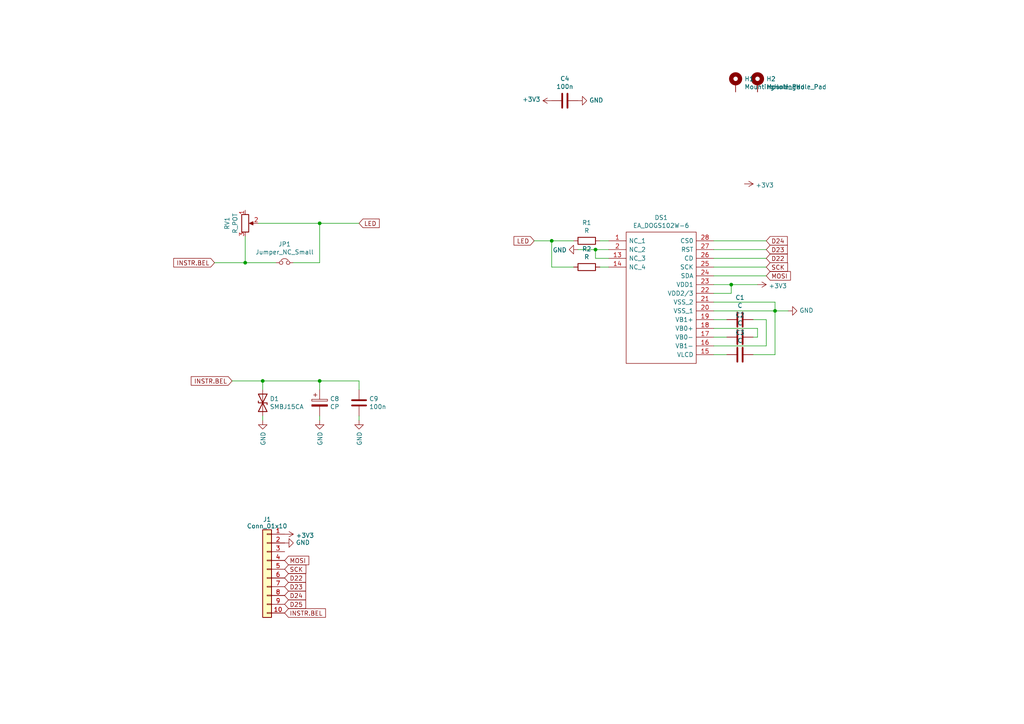
<source format=kicad_sch>
(kicad_sch (version 20230121) (generator eeschema)
  (paper "A4")
  (title_block (title "DOGS102") (date "2022-04-11") (rev "0.9.1") (company "fiz-o-matic.net"))
  (lib_symbols
    (symbol "Connector_Generic:Conn_01x10" (pin_names (offset 1.016) hide)
      (property "Reference" "J" (at 0 12.7 0))
      (property "Value" "Conn_01x10" (at 0 -15.24 0))
      (symbol "Conn_01x10_1_1"
        (rectangle (start -1.27 -12.573) (end 0 -12.827) (stroke (width 0.1524)))
        (rectangle (start -1.27 -10.033) (end 0 -10.287) (stroke (width 0.1524)))
        (rectangle (start -1.27 -7.493) (end 0 -7.747) (stroke (width 0.1524)))
        (rectangle (start -1.27 -4.953) (end 0 -5.207) (stroke (width 0.1524)))
        (rectangle (start -1.27 -2.413) (end 0 -2.667) (stroke (width 0.1524)))
        (rectangle (start -1.27 0.127) (end 0 -0.127) (stroke (width 0.1524)))
        (rectangle (start -1.27 2.667) (end 0 2.413) (stroke (width 0.1524)))
        (rectangle (start -1.27 5.207) (end 0 4.953) (stroke (width 0.1524)))
        (rectangle (start -1.27 7.747) (end 0 7.493) (stroke (width 0.1524)))
        (rectangle (start -1.27 10.287) (end 0 10.033) (stroke (width 0.1524)))
        (rectangle (start -1.27 11.43) (end 1.27 -13.97) (stroke (width 0.254)) (fill (type background)))
        (pin passive line (at -5.08 10.16 0) (length 3.81) (name "Pin_1") (number "1"))
        (pin passive line (at -5.08 -12.7 0) (length 3.81) (name "Pin_10") (number "10"))
        (pin passive line (at -5.08 7.62 0) (length 3.81) (name "Pin_2") (number "2"))
        (pin passive line (at -5.08 5.08 0) (length 3.81) (name "Pin_3") (number "3"))
        (pin passive line (at -5.08 2.54 0) (length 3.81) (name "Pin_4") (number "4"))
        (pin passive line (at -5.08 0 0) (length 3.81) (name "Pin_5") (number "5"))
        (pin passive line (at -5.08 -2.54 0) (length 3.81) (name "Pin_6") (number "6"))
        (pin passive line (at -5.08 -5.08 0) (length 3.81) (name "Pin_7") (number "7"))
        (pin passive line (at -5.08 -7.62 0) (length 3.81) (name "Pin_8") (number "8"))
        (pin passive line (at -5.08 -10.16 0) (length 3.81) (name "Pin_9") (number "9"))
      )
    )
    (symbol "Device:C" (pin_numbers hide) (pin_names (offset 0.254))
      (property "Reference" "C" (at 0.635 2.54 0))
      (property "Value" "C" (at 0.635 -2.54 0))
      (symbol "C_0_1"
        (polyline (pts (xy -2.032 -0.762) (xy 2.032 -0.762)) (stroke (width 0.508)))
        (polyline (pts (xy -2.032 0.762) (xy 2.032 0.762)) (stroke (width 0.508)))
      )
      (symbol "C_1_1"
        (pin passive line (at 0 3.81 270) (length 2.794) (name "~") (number "1"))
        (pin passive line (at 0 -3.81 90) (length 2.794) (name "~") (number "2"))
      )
    )
    (symbol "Device:D_TVS" (pin_numbers hide) (pin_names (offset 1.016) hide)
      (property "Reference" "D" (at 0 2.54 0))
      (property "Value" "D_TVS" (at 0 -2.54 0))
      (symbol "D_TVS_0_1"
        (polyline (pts (xy 1.27 0) (xy -1.27 0)))
        (polyline (pts (xy 0.508 1.27) (xy 0 1.27) (xy 0 -1.27) (xy -0.508 -1.27)) (stroke (width 0.254)))
        (polyline (pts (xy -2.54 1.27) (xy -2.54 -1.27) (xy 2.54 1.27) (xy 2.54 -1.27) (xy -2.54 1.27)) (stroke (width 0.254)))
      )
      (symbol "D_TVS_1_1"
        (pin passive line (at -3.81 0 0) (length 2.54) (name "A1") (number "1"))
        (pin passive line (at 3.81 0 180) (length 2.54) (name "A2") (number "2"))
      )
    )
    (symbol "Device:R" (pin_numbers hide) (pin_names (offset 0))
      (property "Reference" "R" (at 2.032 0 90))
      (property "Value" "R" (at 0 0 90))
      (symbol "R_0_1"
        (rectangle (start -1.016 -2.54) (end 1.016 2.54) (stroke (width 0.254)))
      )
      (symbol "R_1_1"
        (pin passive line (at 0 3.81 270) (length 1.27) (name "~") (number "1"))
        (pin passive line (at 0 -3.81 90) (length 1.27) (name "~") (number "2"))
      )
    )
    (symbol "Mechanical:MountingHole_Pad" (pin_numbers hide) (pin_names (offset 1.016) hide)
      (property "Reference" "H" (at 0 6.35 0))
      (property "Value" "MountingHole_Pad" (at 0 4.445 0))
      (symbol "MountingHole_Pad_0_1"
        (circle (center 0 1.27) (radius 1.27) (stroke (width 1.27)))
      )
      (symbol "MountingHole_Pad_1_1"
        (pin input line (at 0 -2.54 90) (length 2.54) (name "1") (number "1"))
      )
    )
    (symbol "dogs102-rescue:+3.3V-power" (power) (pin_names (offset 0))
      (property "Value" "+3.3V-power" (at 0 3.556 0))
      (symbol "+3.3V-power_0_1"
        (polyline (pts (xy -0.762 1.27) (xy 0 2.54)))
        (polyline (pts (xy 0 0) (xy 0 2.54)))
        (polyline (pts (xy 0 2.54) (xy 0.762 1.27)))
      )
      (symbol "+3.3V-power_1_1"
        (pin power_in line (at 0 0 90) (length 0) hide (name "+3V3") (number "1"))
      )
    )
    (symbol "dogs102-rescue:CP-Device" (pin_numbers hide) (pin_names (offset 0.254))
      (property "Reference" "C" (at 0.635 2.54 0))
      (property "Value" "Device_CP" (at 0.635 -2.54 0))
      (symbol "CP-Device_0_1"
        (rectangle (start -2.286 0.508) (end 2.286 1.016))
        (polyline (pts (xy -1.778 2.286) (xy -0.762 2.286)))
        (polyline (pts (xy -1.27 2.794) (xy -1.27 1.778)))
        (rectangle (start 2.286 -0.508) (end -2.286 -1.016) (fill (type outline)))
      )
      (symbol "CP-Device_1_1"
        (pin passive line (at 0 3.81 270) (length 2.794) (name "~") (number "1"))
        (pin passive line (at 0 -3.81 90) (length 2.794) (name "~") (number "2"))
      )
    )
    (symbol "dogs102-rescue:EA_DOGS102W-6-dogs102_n" (pin_names (offset 0.762))
      (property "Reference" "DS" (at 26.67 7.62 0))
      (property "Value" "EA_DOGS102W-6-dogs102_n" (at 26.67 5.08 0))
      (symbol "EA_DOGS102W-6-dogs102_n_0_0"
        (pin unspecified line (at 0 0 0) (length 5.08) (name "NC_1") (number "1"))
        (pin unspecified line (at 0 -5.08 0) (length 5.08) (name "NC_3") (number "13"))
        (pin unspecified line (at 0 -7.62 0) (length 5.08) (name "NC_4") (number "14"))
        (pin unspecified line (at 30.48 -33.02 180) (length 5.08) (name "VLCD") (number "15"))
        (pin unspecified line (at 30.48 -30.48 180) (length 5.08) (name "VB1-") (number "16"))
        (pin unspecified line (at 30.48 -27.94 180) (length 5.08) (name "VB0-") (number "17"))
        (pin unspecified line (at 30.48 -25.4 180) (length 5.08) (name "VB0+") (number "18"))
        (pin unspecified line (at 30.48 -22.86 180) (length 5.08) (name "VB1+") (number "19"))
        (pin unspecified line (at 0 -2.54 0) (length 5.08) (name "NC_2") (number "2"))
        (pin unspecified line (at 30.48 -20.32 180) (length 5.08) (name "VSS_1") (number "20"))
        (pin unspecified line (at 30.48 -17.78 180) (length 5.08) (name "VSS_2") (number "21"))
        (pin unspecified line (at 30.48 -15.24 180) (length 5.08) (name "VDD2/3") (number "22"))
        (pin unspecified line (at 30.48 -12.7 180) (length 5.08) (name "VDD1") (number "23"))
        (pin unspecified line (at 30.48 -10.16 180) (length 5.08) (name "SDA") (number "24"))
        (pin unspecified line (at 30.48 -7.62 180) (length 5.08) (name "SCK") (number "25"))
        (pin unspecified line (at 30.48 -5.08 180) (length 5.08) (name "CD") (number "26"))
        (pin unspecified line (at 30.48 -2.54 180) (length 5.08) (name "RST") (number "27"))
        (pin unspecified line (at 30.48 0 180) (length 5.08) (name "CS0") (number "28"))
      )
      (symbol "EA_DOGS102W-6-dogs102_n_0_1"
        (polyline (pts (xy 5.08 2.54) (xy 25.4 2.54) (xy 25.4 -35.56) (xy 5.08 -35.56) (xy 5.08 2.54)) (stroke (width 0.1524)))
      )
    )
    (symbol "dogs102-rescue:Jumper_NC_Small-Device" (pin_numbers hide) (pin_names (offset 0.762) hide)
      (property "Reference" "JP" (at 0 2.032 0))
      (property "Value" "Device_Jumper_NC_Small" (at 0.254 -1.524 0))
      (symbol "Jumper_NC_Small-Device_0_1"
        (circle (center -1.016 0) (radius 0.508))
        (circle (center 1.016 0) (radius 0.508))
        (arc (start 1.016 0.762) (mid 0 1.1828) (end -1.016 0.762))
        (pin passive line (at -2.54 0 0) (length 1.016) (name "1") (number "1"))
        (pin passive line (at 2.54 0 180) (length 1.016) (name "2") (number "2"))
      )
    )
    (symbol "dogs102-rescue:R_POT-Device" (pin_names (offset 1.016) hide)
      (property "Reference" "RV" (at -4.445 0 90))
      (property "Value" "Device_R_POT" (at -2.54 0 90))
      (symbol "R_POT-Device_0_1"
        (polyline (pts (xy 2.54 0) (xy 1.524 0)))
        (polyline (pts (xy 1.143 0) (xy 2.286 0.508) (xy 2.286 -0.508) (xy 1.143 0)) (fill (type outline)))
        (rectangle (start 1.016 2.54) (end -1.016 -2.54) (stroke (width 0.254)))
      )
      (symbol "R_POT-Device_1_1"
        (pin passive line (at 0 3.81 270) (length 1.27) (name "1") (number "1"))
        (pin passive line (at 3.81 0 180) (length 1.27) (name "2") (number "2"))
        (pin passive line (at 0 -3.81 90) (length 1.27) (name "3") (number "3"))
      )
    )
    (symbol "dogs102:DINA4_L" (pin_numbers hide) (pin_names (offset 1.016) hide)
      (symbol "DINA4_L_2_0"
        (polyline (pts (xy 0 0) (xy 0 5.08)))
        (polyline (pts (xy 0 0) (xy 71.12 0)))
        (polyline (pts (xy 0 5.08) (xy 0 15.24)))
        (polyline (pts (xy 0 5.08) (xy 71.12 5.08)))
        (polyline (pts (xy 0 15.24) (xy 0 22.86)))
        (polyline (pts (xy 0 22.86) (xy 0 35.56)))
        (polyline (pts (xy 0 22.86) (xy 101.6 22.86)))
        (polyline (pts (xy 71.12 0) (xy 101.6 0)))
        (polyline (pts (xy 71.12 5.08) (xy 71.12 0)))
        (polyline (pts (xy 71.12 5.08) (xy 87.63 5.08)))
        (polyline (pts (xy 87.63 5.08) (xy 101.6 5.08)))
        (polyline (pts (xy 87.63 15.24) (xy 0 15.24)))
        (polyline (pts (xy 87.63 15.24) (xy 87.63 5.08)))
        (polyline (pts (xy 101.6 5.08) (xy 101.6 0)))
        (polyline (pts (xy 101.6 15.24) (xy 87.63 15.24)))
        (polyline (pts (xy 101.6 15.24) (xy 101.6 5.08)))
        (polyline (pts (xy 101.6 22.86) (xy 101.6 15.24)))
        (polyline (pts (xy 101.6 35.56) (xy 0 35.56)))
        (polyline (pts (xy 101.6 35.56) (xy 101.6 22.86)))
        (text ">DRAWING_NAME" (at 30.48 20.066 0) (effects (font (size 2.032 2.032))))
        (text ">LAST_DATE_TIME" (at 27.3558 2.286 0) (effects (font (size 2.032 2.032))))
        (text ">SHEET" (at 92.2274 2.286 0) (effects (font (size 2.032 2.032))))
        (text "Date:" (at 6.1468 2.286 0) (effects (font (size 2.032 2.032))))
        (text "Document Number:" (at 16.9164 12.446 0) (effects (font (size 2.032 2.032))))
        (text "REV:" (at 92.8116 12.446 0) (effects (font (size 2.032 2.032))))
        (text "Sheet:" (at 78.2574 2.286 0) (effects (font (size 2.032 2.032))))
        (text "TITLE:" (at 7.1374 20.066 0) (effects (font (size 2.032 2.032))))
      )
    )
    (symbol "power:GND" (power) (pin_names (offset 0))
      (property "Value" "GND" (at 0 -3.81 0))
      (symbol "GND_0_1"
        (polyline (pts (xy 0 0) (xy 0 -1.27) (xy 1.27 -1.27) (xy 0 -2.54) (xy -1.27 -1.27) (xy 0 -1.27)))
      )
      (symbol "GND_1_1"
        (pin power_in line (at 0 0 270) (length 0) hide (name "GND") (number "1"))
      )
    )
  )
  (junction (at 76.2 110.49))
  (junction (at 212.09 82.55))
  (junction (at 160.02 69.85))
  (junction (at 92.71 64.77))
  (junction (at 92.71 110.49))
  (junction (at 71.12 76.2))
  (junction (at 172.72 72.39))
  (junction (at 224.79 90.17))
  (wire (pts (xy 207.01 82.55) (xy 212.09 82.55)))
  (wire (pts (xy 104.14 110.49) (xy 104.14 113.03)))
  (wire (pts (xy 92.71 110.49) (xy 104.14 110.49)))
  (wire (pts (xy 176.53 72.39) (xy 172.72 72.39)))
  (wire (pts (xy 219.71 95.25) (xy 207.01 95.25)))
  (wire (pts (xy 212.09 85.09) (xy 212.09 82.55)))
  (wire (pts (xy 104.14 120.65) (xy 104.14 121.92)))
  (wire (pts (xy 222.25 100.33) (xy 222.25 92.71)))
  (wire (pts (xy 207.01 100.33) (xy 222.25 100.33)))
  (wire (pts (xy 207.01 90.17) (xy 224.79 90.17)))
  (wire (pts (xy 76.2 120.65) (xy 76.2 121.92)))
  (wire (pts (xy 224.79 87.63) (xy 224.79 90.17)))
  (wire (pts (xy 172.72 72.39) (xy 167.64 72.39)))
  (wire (pts (xy 92.71 120.65) (xy 92.71 121.92)))
  (wire (pts (xy 76.2 110.49) (xy 92.71 110.49)))
  (wire (pts (xy 160.02 69.85) (xy 166.37 69.85)))
  (wire (pts (xy 224.79 90.17) (xy 224.79 102.87)))
  (wire (pts (xy 218.44 97.79) (xy 219.71 97.79)))
  (wire (pts (xy 176.53 74.93) (xy 172.72 74.93)))
  (wire (pts (xy 92.71 64.77) (xy 104.14 64.77)))
  (wire (pts (xy 207.01 72.39) (xy 222.25 72.39)))
  (wire (pts (xy 154.94 69.85) (xy 160.02 69.85)))
  (wire (pts (xy 207.01 92.71) (xy 210.82 92.71)))
  (wire (pts (xy 92.71 110.49) (xy 92.71 113.03)))
  (wire (pts (xy 207.01 97.79) (xy 210.82 97.79)))
  (wire (pts (xy 67.31 110.49) (xy 76.2 110.49)))
  (wire (pts (xy 207.01 77.47) (xy 222.25 77.47)))
  (wire (pts (xy 207.01 85.09) (xy 212.09 85.09)))
  (wire (pts (xy 224.79 102.87) (xy 218.44 102.87)))
  (wire (pts (xy 92.71 76.2) (xy 92.71 64.77)))
  (wire (pts (xy 219.71 97.79) (xy 219.71 95.25)))
  (wire (pts (xy 62.23 76.2) (xy 71.12 76.2)))
  (wire (pts (xy 207.01 80.01) (xy 222.25 80.01)))
  (wire (pts (xy 173.99 69.85) (xy 176.53 69.85)))
  (wire (pts (xy 172.72 74.93) (xy 172.72 72.39)))
  (wire (pts (xy 207.01 102.87) (xy 210.82 102.87)))
  (wire (pts (xy 222.25 92.71) (xy 218.44 92.71)))
  (wire (pts (xy 224.79 90.17) (xy 228.6 90.17)))
  (wire (pts (xy 207.01 87.63) (xy 224.79 87.63)))
  (wire (pts (xy 212.09 82.55) (xy 219.71 82.55)))
  (wire (pts (xy 71.12 76.2) (xy 80.01 76.2)))
  (wire (pts (xy 207.01 69.85) (xy 222.25 69.85)))
  (wire (pts (xy 166.37 77.47) (xy 160.02 77.47)))
  (wire (pts (xy 71.12 76.2) (xy 71.12 68.58)))
  (wire (pts (xy 85.09 76.2) (xy 92.71 76.2)))
  (wire (pts (xy 173.99 77.47) (xy 176.53 77.47)))
  (wire (pts (xy 74.93 64.77) (xy 92.71 64.77)))
  (wire (pts (xy 207.01 74.93) (xy 222.25 74.93)))
  (wire (pts (xy 76.2 110.49) (xy 76.2 113.03)))
  (wire (pts (xy 160.02 77.47) (xy 160.02 69.85)))
  (global_label "D24" (shape input) (at 222.25 69.85 0) (property "Intersheetrefs" "${INTERSHEET_REFS}" (effects hide)))
  (global_label "MOSI" (shape input) (at 222.25 80.01 0) (property "Intersheetrefs" "${INTERSHEET_REFS}" (effects hide)))
  (global_label "SCK" (shape input) (at 82.55 165.1 0) (property "Intersheetrefs" "${INTERSHEET_REFS}" (effects hide)))
  (global_label "INSTR.BEL" (shape input) (at 67.31 110.49 180) (property "Intersheetrefs" "${INTERSHEET_REFS}" (effects hide)))
  (global_label "LED" (shape input) (at 154.94 69.85 180) (property "Intersheetrefs" "${INTERSHEET_REFS}" (effects hide)))
  (global_label "SCK" (shape input) (at 222.25 77.47 0) (property "Intersheetrefs" "${INTERSHEET_REFS}" (effects hide)))
  (global_label "INSTR.BEL" (shape input) (at 82.55 177.8 0) (property "Intersheetrefs" "${INTERSHEET_REFS}" (effects hide)))
  (global_label "D22" (shape input) (at 82.55 167.64 0) (property "Intersheetrefs" "${INTERSHEET_REFS}" (effects hide)))
  (global_label "INSTR.BEL" (shape input) (at 62.23 76.2 180) (property "Intersheetrefs" "${INTERSHEET_REFS}" (effects hide)))
  (global_label "D22" (shape input) (at 222.25 74.93 0) (property "Intersheetrefs" "${INTERSHEET_REFS}" (effects hide)))
  (global_label "LED" (shape input) (at 104.14 64.77 0) (property "Intersheetrefs" "${INTERSHEET_REFS}" (effects hide)))
  (global_label "D25" (shape input) (at 82.55 175.26 0) (property "Intersheetrefs" "${INTERSHEET_REFS}" (effects hide)))
  (global_label "D23" (shape input) (at 82.55 170.18 0) (property "Intersheetrefs" "${INTERSHEET_REFS}" (effects hide)))
  (global_label "D24" (shape input) (at 82.55 172.72 0) (property "Intersheetrefs" "${INTERSHEET_REFS}" (effects hide)))
  (global_label "MOSI" (shape input) (at 82.55 162.56 0) (property "Intersheetrefs" "${INTERSHEET_REFS}" (effects hide)))
  (global_label "D23" (shape input) (at 222.25 72.39 0) (property "Intersheetrefs" "${INTERSHEET_REFS}" (effects hide)))
  (symbol (lib_id "dogs102:DINA4_L") (at 31.75 207.01 0) (unit 1)
    (property "Reference" "#FRAME1" (effects hide))
  )
  (symbol (lib_id "dogs102-rescue:EA_DOGS102W-6-dogs102_n") (at 176.53 69.85 0) (unit 1)
    (property "Reference" "DS1" (at 191.77 63.119 0))
    (property "Value" "EA_DOGS102W-6" (at 191.77 65.4304 0))
    (property "Footprint" "fiz-o-matic:EA-DOGS102W-6" (effects hide))
    (property "Datasheet" "http://www.lcd-module.com/eng/pdf/grafik/dogs102-6e.pdf" (effects hide))
    (property "Description" "LCD Graphic Display Modules & Accessories FSTN (+) Transflect White Background" (effects hide))
    (property "Manufacturer_Name" "ELECTRONIC ASSEMBLY" (effects hide))
    (property "Manufacturer_Part_Number" "EA DOGS102W-6" (effects hide))
    (property "Mouser Part Number" "790-EADOGS102W-6" (effects hide))
    (property "Mouser Price/Stock" "https://www.mouser.com/Search/Refine.aspx?Keyword=790-EADOGS102W-6" (effects hide))
  )
  (symbol (lib_id "Device:C") (at 214.63 97.79 270) (unit 1)
    (property "Reference" "C2" (at 214.63 91.3892 90))
    (property "Value" "C" (at 214.63 93.7006 90))
    (property "Footprint" "Capacitor_SMD:C_1210_3225Metric_Pad1.33x2.70mm_HandSolder" (effects hide))
  )
  (symbol (lib_id "Device:C") (at 214.63 92.71 270) (unit 1)
    (property "Reference" "C1" (at 214.63 86.3092 90))
    (property "Value" "C" (at 214.63 88.6206 90))
    (property "Footprint" "Capacitor_SMD:C_1210_3225Metric_Pad1.33x2.70mm_HandSolder" (effects hide))
  )
  (symbol (lib_id "Device:C") (at 214.63 102.87 270) (unit 1)
    (property "Reference" "C3" (at 214.63 96.4692 90))
    (property "Value" "C" (at 214.63 98.7806 90))
    (property "Footprint" "Capacitor_SMD:C_1210_3225Metric_Pad1.33x2.70mm_HandSolder" (effects hide))
  )
  (symbol (lib_id "dogs102-rescue:+3.3V-power") (at 219.71 82.55 270) (unit 1)
    (property "Reference" "#PWR0102" (effects hide))
    (property "Value" "+3.3V" (at 222.9612 82.931 90) (effects (justify left)))
  )
  (symbol (lib_id "dogs102-rescue:+3.3V-power") (at 215.9 53.34 270) (unit 1)
    (property "Reference" "#PWR0105" (effects hide))
    (property "Value" "+3.3V" (at 219.1512 53.721 90) (effects (justify left)))
  )
  (symbol (lib_id "Mechanical:MountingHole_Pad") (at 213.36 24.13 0) (unit 1)
    (property "Reference" "H1" (at 215.9 22.8854 0) (effects (justify left)))
    (property "Value" "MountingHole_Pad" (at 215.9 25.1968 0) (effects (justify left)))
    (property "Footprint" "MountingHole:MountingHole_3.2mm_M3_Pad_Via" (effects hide))
  )
  (symbol (lib_id "Mechanical:MountingHole_Pad") (at 219.71 24.13 0) (unit 1)
    (property "Reference" "H2" (at 222.25 22.8854 0) (effects (justify left)))
    (property "Value" "MountingHole_Pad" (at 222.25 25.1968 0) (effects (justify left)))
    (property "Footprint" "MountingHole:MountingHole_3.2mm_M3_Pad_Via" (effects hide))
  )
  (symbol (lib_id "Device:C") (at 163.83 29.21 270) (unit 1)
    (property "Reference" "C4" (at 163.83 22.8092 90))
    (property "Value" "100n" (at 163.83 25.1206 90))
    (property "Footprint" "Capacitor_SMD:C_0805_2012Metric" (effects hide))
  )
  (symbol (lib_id "dogs102-rescue:+3.3V-power") (at 160.02 29.21 90) (unit 1)
    (property "Reference" "#PWR0113" (effects hide))
    (property "Value" "+3.3V" (at 156.7688 28.829 90) (effects (justify left)))
  )
  (symbol (lib_id "power:GND") (at 228.6 90.17 90) (unit 1)
    (property "Reference" "#PWR0115" (effects hide))
    (property "Value" "GND" (at 231.8512 90.043 90) (effects (justify right)))
  )
  (symbol (lib_id "power:GND") (at 167.64 29.21 90) (unit 1)
    (property "Reference" "#PWR0116" (effects hide))
    (property "Value" "GND" (at 170.8912 29.083 90) (effects (justify right)))
  )
  (symbol (lib_id "power:GND") (at 167.64 72.39 270) (unit 1)
    (property "Reference" "#PWR0120" (effects hide))
    (property "Value" "GND" (at 164.3888 72.517 90) (effects (justify right)))
  )
  (symbol (lib_id "dogs102-rescue:CP-Device") (at 92.71 116.84 0) (unit 1)
    (property "Reference" "C8" (at 95.7072 115.6716 0) (effects (justify left)))
    (property "Value" "CP" (at 95.7072 117.983 0) (effects (justify left)))
    (property "Footprint" "Capacitor_SMD:CP_Elec_5x3" (effects hide))
  )
  (symbol (lib_id "Device:C") (at 104.14 116.84 0) (unit 1)
    (property "Reference" "C9" (at 107.061 115.6716 0) (effects (justify left)))
    (property "Value" "100n" (at 107.061 117.983 0) (effects (justify left)))
    (property "Footprint" "Capacitor_SMD:C_0805_2012Metric" (effects hide))
  )
  (symbol (lib_id "Device:D_TVS") (at 76.2 116.84 270) (unit 1)
    (property "Reference" "D1" (at 78.232 115.6716 90) (effects (justify left)))
    (property "Value" "SMBJ15CA" (at 78.232 117.983 90) (effects (justify left)))
    (property "Footprint" "Diode_SMD:D_SMB" (effects hide))
  )
  (symbol (lib_id "Device:R") (at 170.18 69.85 270) (unit 1)
    (property "Reference" "R1" (at 170.18 64.5922 90))
    (property "Value" "R" (at 170.18 66.9036 90))
    (property "Footprint" "Resistor_SMD:R_0805_2012Metric" (effects hide))
  )
  (symbol (lib_id "Device:R") (at 170.18 77.47 270) (unit 1)
    (property "Reference" "R2" (at 170.18 72.2122 90))
    (property "Value" "R" (at 170.18 74.5236 90))
    (property "Footprint" "Resistor_SMD:R_0805_2012Metric" (effects hide))
  )
  (symbol (lib_id "power:GND") (at 76.2 121.92 0) (unit 1)
    (property "Reference" "#PWR0121" (effects hide))
    (property "Value" "GND" (at 76.327 125.1712 90) (effects (justify right)))
  )
  (symbol (lib_id "power:GND") (at 92.71 121.92 0) (unit 1)
    (property "Reference" "#PWR0122" (effects hide))
    (property "Value" "GND" (at 92.837 125.1712 90) (effects (justify right)))
  )
  (symbol (lib_id "power:GND") (at 104.14 121.92 0) (unit 1)
    (property "Reference" "#PWR0123" (effects hide))
    (property "Value" "GND" (at 104.267 125.1712 90) (effects (justify right)))
  )
  (symbol (lib_id "dogs102-rescue:R_POT-Device") (at 71.12 64.77 0) (unit 1)
    (property "Reference" "RV1" (at 65.8622 64.77 90))
    (property "Value" "R_POT" (at 68.1736 64.77 90))
    (property "Footprint" "Potentiometer_THT:Potentiometer_Piher_PT-6-V_Vertical" (effects hide))
  )
  (symbol (lib_id "dogs102-rescue:Jumper_NC_Small-Device") (at 82.55 76.2 0) (unit 1)
    (property "Reference" "JP1" (at 82.55 70.8152 0))
    (property "Value" "Jumper_NC_Small" (at 82.55 73.1266 0))
    (property "Footprint" "Jumper:SolderJumper-2_P1.3mm_Bridged_RoundedPad1.0x1.5mm" (effects hide))
  )
  (symbol (lib_id "Connector_Generic:Conn_01x10") (at 77.47 165.1 0) (mirror y) (unit 1)
    (property "Reference" "J1" (at 77.47 150.6601 0))
    (property "Value" "Conn_01x10" (at 77.47 152.5811 0))
    (property "Footprint" "Connector_JST:JST_SH_SM10B-SRSS-TB_1x10-1MP_P1.00mm_Horizontal" (effects hide))
  )
  (symbol (lib_id "dogs102-rescue:+3.3V-power") (at 82.55 154.94 270) (unit 1)
    (property "Reference" "#PWR01" (effects hide))
    (property "Value" "+3.3V" (at 85.8012 155.321 90) (effects (justify left)))
  )
  (symbol (lib_id "power:GND") (at 82.55 157.48 90) (unit 1)
    (property "Reference" "#PWR02" (effects hide))
    (property "Value" "GND" (at 85.8012 157.353 90) (effects (justify right)))
  )
)
</source>
